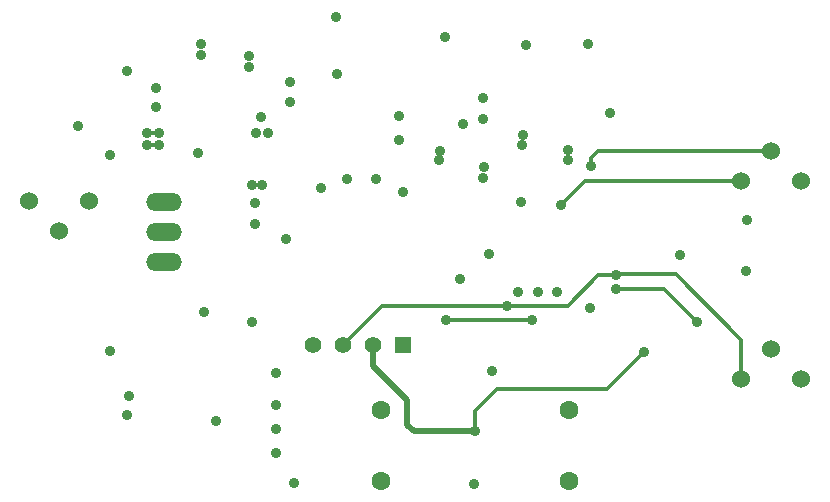
<source format=gbl>
%FSLAX34Y34*%
G04 Gerber Fmt 3.4, Leading zero omitted, Abs format*
G04 (created by PCBNEW (2014-03-19 BZR 4756)-product) date Thu 12 Jun 2014 08:54:00 PM AKDT*
%MOIN*%
G01*
G70*
G90*
G04 APERTURE LIST*
%ADD10C,0.005906*%
%ADD11O,0.118700X0.059300*%
%ADD12C,0.062992*%
%ADD13R,0.055000X0.055000*%
%ADD14C,0.055000*%
%ADD15C,0.060000*%
%ADD16C,0.035000*%
%ADD17C,0.013780*%
%ADD18C,0.019685*%
G04 APERTURE END LIST*
G54D10*
G54D11*
X50250Y-42200D03*
X50250Y-41200D03*
X50250Y-40200D03*
G54D12*
X57500Y-47118D03*
X57500Y-49481D03*
X63750Y-47118D03*
X63750Y-49481D03*
G54D13*
X58225Y-44975D03*
G54D14*
X57225Y-44975D03*
X56225Y-44975D03*
X55225Y-44975D03*
G54D15*
X70500Y-38480D03*
X71500Y-39480D03*
X69500Y-39480D03*
X70500Y-45080D03*
X71500Y-46080D03*
X69500Y-46080D03*
X46750Y-41150D03*
X45750Y-40150D03*
X47750Y-40150D03*
G54D16*
X49700Y-37900D03*
X49700Y-38300D03*
X50100Y-38300D03*
X50100Y-37900D03*
X53740Y-37900D03*
X53340Y-37900D03*
X53180Y-39640D03*
X53540Y-39640D03*
X53300Y-40220D03*
X53300Y-40920D03*
X60120Y-42760D03*
X62064Y-43196D03*
X62716Y-43188D03*
X63372Y-43188D03*
X67460Y-41965D03*
X51380Y-38560D03*
X49980Y-36380D03*
X49980Y-37040D03*
X47380Y-37660D03*
X48460Y-38640D03*
X61200Y-45840D03*
X60580Y-49580D03*
X54575Y-49575D03*
X54000Y-48575D03*
X54000Y-47775D03*
X54000Y-46975D03*
X53200Y-44200D03*
X51600Y-43875D03*
X48450Y-45150D03*
X49100Y-46650D03*
X52000Y-47500D03*
X49020Y-47280D03*
X56000Y-34040D03*
X56020Y-35920D03*
X53100Y-35320D03*
X53080Y-35680D03*
X51480Y-35280D03*
X51480Y-34920D03*
X54460Y-36200D03*
X54460Y-36860D03*
X60220Y-37600D03*
X58080Y-37340D03*
X58080Y-38140D03*
X59440Y-38800D03*
X59460Y-38500D03*
X60910Y-39040D03*
X60890Y-39390D03*
X60890Y-37440D03*
X60890Y-36720D03*
X62340Y-34960D03*
X64400Y-34940D03*
X62200Y-38300D03*
X62210Y-37945D03*
X63740Y-38455D03*
X63740Y-38800D03*
X58230Y-39860D03*
X57310Y-39430D03*
X55500Y-39720D03*
X56360Y-39420D03*
X65140Y-37220D03*
X49020Y-35840D03*
X59640Y-34680D03*
X53480Y-37360D03*
X54320Y-41440D03*
X53980Y-45900D03*
X61100Y-41920D03*
X62160Y-40180D03*
X69700Y-40780D03*
X69660Y-42500D03*
X64460Y-43740D03*
X61700Y-43660D03*
X65340Y-42640D03*
X59660Y-44140D03*
X62520Y-44140D03*
X63480Y-40280D03*
X64500Y-38980D03*
X66250Y-45190D03*
X60620Y-47840D03*
X65340Y-43100D03*
X68020Y-44180D03*
G54D17*
X49700Y-38300D02*
X50100Y-38300D01*
X50100Y-37900D02*
X49700Y-37900D01*
X65340Y-42640D02*
X64740Y-42640D01*
X64740Y-42640D02*
X63720Y-43660D01*
X63720Y-43660D02*
X61700Y-43660D01*
X57540Y-43660D02*
X56225Y-44975D01*
X61700Y-43660D02*
X57540Y-43660D01*
X69500Y-44780D02*
X69500Y-46080D01*
X67320Y-42600D02*
X69500Y-44780D01*
X65380Y-42600D02*
X67320Y-42600D01*
X65340Y-42640D02*
X65380Y-42600D01*
X62520Y-44140D02*
X59660Y-44140D01*
X69500Y-39480D02*
X64280Y-39480D01*
X64280Y-39480D02*
X63480Y-40280D01*
X70500Y-38480D02*
X64740Y-38480D01*
X64500Y-38720D02*
X64500Y-38980D01*
X64740Y-38480D02*
X64500Y-38720D01*
X60620Y-47170D02*
X60620Y-47840D01*
X61360Y-46430D02*
X60620Y-47170D01*
X65010Y-46430D02*
X61360Y-46430D01*
X66250Y-45190D02*
X65010Y-46430D01*
G54D18*
X57225Y-44975D02*
X57225Y-45645D01*
X58580Y-47840D02*
X60620Y-47840D01*
X58360Y-47620D02*
X58580Y-47840D01*
X58360Y-46780D02*
X58360Y-47620D01*
X57225Y-45645D02*
X58360Y-46780D01*
G54D17*
X66940Y-43100D02*
X65340Y-43100D01*
X68020Y-44180D02*
X66940Y-43100D01*
M02*

</source>
